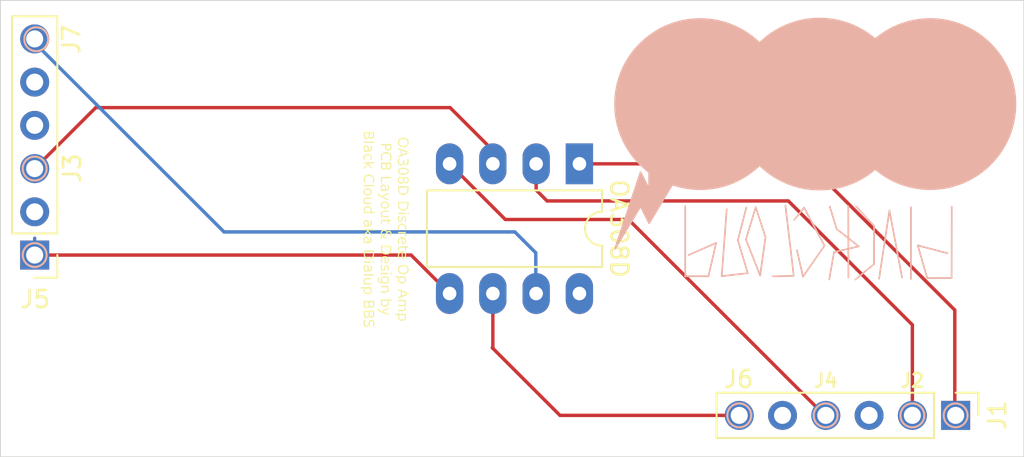
<source format=kicad_pcb>
(kicad_pcb (version 20240108) (generator "pcbnew") (generator_version "8.0")
  (layers (0 "F.Cu" signal) (31 "B.Cu" signal) (34 "B.Paste" user) (35 "F.Paste" user) (36 "B.SilkS" user "B.Silkscreen") (37 "F.SilkS" user "F.Silkscreen") (38 "B.Mask" user) (39 "F.Mask" user) (44 "Edge.Cuts" user))
  (net 0 "")
  (net 1 "Net-(J1-Pin_1)")
  (net 2 "Net-(J2-Pin_1)")
  (net 3 "Net-(J3-Pin_1)")
  (net 4 "Net-(J4-Pin_1)")
  (net 5 "Net-(J5-Pin_1)")
  (net 6 "Net-(J6-Pin_1)")
  (net 7 "Net-(J7-Pin_1)")
  (footprint "Connector_PinHeader_2.54mm:PinHeader_1x06_P2.54mm_Vertical" (layer "F.Cu") (at 174.24 85.48 180)
    (property "Reference" "REF**" (hide yes))
    (property "Value" "PinHeader_1x06_P2.54mm_Vertical" (hide yes))
    (fp_line (start 1.33 1.27) (end 1.33 14.03) (stroke (width 0.12)) (layer "F.SilkS"))
    (fp_line (start -1.33 14.03) (end 1.33 14.03) (stroke (width 0.12)) (layer "F.SilkS"))
    (fp_line (start -1.33 1.27) (end 1.33 1.27) (stroke (width 0.12)) (layer "F.SilkS"))
    (fp_line (start -1.33 1.27) (end -1.33 14.03) (stroke (width 0.12)) (layer "F.SilkS"))
    (fp_line (start -1.33 0) (end -1.33 -1.33) (stroke (width 0.12)) (layer "F.SilkS"))
    (fp_line (start -1.33 -1.33) (end 0 -1.33) (stroke (width 0.12)) (layer "F.SilkS"))
    (pad "1" thru_hole rect (at 0 0 180) (size 1.7 1.7) (drill 1) (layers "*.Cu" "*.Mask") (net 5 "Net-(J5-Pin_1)"))
    (pad "2" thru_hole oval (at 0 2.54 180) (size 1.7 1.7) (drill 1) (layers "*.Cu" "*.Mask"))
    (pad "3" thru_hole oval (at 0 5.08 180) (size 1.7 1.7) (drill 1) (layers "*.Cu" "*.Mask") (net 3 "Net-(J3-Pin_1)"))
    (pad "4" thru_hole oval (at 0 7.62 180) (size 1.7 1.7) (drill 1) (layers "*.Cu" "*.Mask"))
    (pad "5" thru_hole oval (at 0 10.16 180) (size 1.7 1.7) (drill 1) (layers "*.Cu" "*.Mask"))
    (pad "6" thru_hole oval (at 0 12.7 180) (size 1.7 1.7) (drill 1) (layers "*.Cu" "*.Mask") (net 7 "Net-(J7-Pin_1)"))
  )
  (footprint "Package_DIP:DIP-8_W7.62mm_LongPads" (layer "F.Cu") (at 206.21 80.12 -90)
    (property "Reference" "OA308D" (at 3.81 -2.33 -90) (layer "F.SilkS"))
    (property "Value" "DIP-8_W7.62mm_LongPads" (hide yes))
    (fp_line (start 1.56 8.95) (end 6.06 8.95) (stroke (width 0.12)) (layer "F.SilkS"))
    (fp_line (start 6.06 8.95) (end 6.06 -1.33) (stroke (width 0.12)) (layer "F.SilkS"))
    (fp_line (start 1.56 -1.33) (end 1.56 8.95) (stroke (width 0.12)) (layer "F.SilkS"))
    (fp_line (start 2.81 -1.33) (end 1.56 -1.33) (stroke (width 0.12)) (layer "F.SilkS"))
    (fp_line (start 6.06 -1.33) (end 4.81 -1.33) (stroke (width 0.12)) (layer "F.SilkS"))
    (fp_arc (start 4.81 -1.33) (mid 3.81 -0.33) (end 2.81 -1.33) (stroke (width 0.12)) (layer "F.SilkS"))
    (pad "1" thru_hole rect (at 0 0 270) (size 2.4 1.6) (drill 0.8) (layers "*.Cu" "*.Mask") (net 1 "Net-(J1-Pin_1)"))
    (pad "2" thru_hole oval (at 0 2.54 270) (size 2.4 1.6) (drill 0.8) (layers "*.Cu" "*.Mask") (net 2 "Net-(J2-Pin_1)"))
    (pad "3" thru_hole oval (at 0 5.08 270) (size 2.4 1.6) (drill 0.8) (layers "*.Cu" "*.Mask") (net 3 "Net-(J3-Pin_1)"))
    (pad "4" thru_hole oval (at 0 7.62 270) (size 2.4 1.6) (drill 0.8) (layers "*.Cu" "*.Mask") (net 4 "Net-(J4-Pin_1)"))
    (pad "5" thru_hole oval (at 7.62 7.62 270) (size 2.4 1.6) (drill 0.8) (layers "*.Cu" "*.Mask") (net 5 "Net-(J5-Pin_1)"))
    (pad "6" thru_hole oval (at 7.62 5.08 270) (size 2.4 1.6) (drill 0.8) (layers "*.Cu" "*.Mask") (net 6 "Net-(J6-Pin_1)"))
    (pad "7" thru_hole oval (at 7.62 2.54 270) (size 2.4 1.6) (drill 0.8) (layers "*.Cu" "*.Mask") (net 7 "Net-(J7-Pin_1)"))
    (pad "8" thru_hole oval (at 7.62 0 270) (size 2.4 1.6) (drill 0.8) (layers "*.Cu" "*.Mask"))
  )
  (footprint "Connector_PinHeader_2.54mm:PinHeader_1x06_P2.54mm_Vertical" (layer "F.Cu") (at 228.29 94.9 -90)
    (property "Reference" "REF**" (hide yes))
    (property "Value" "PinHeader_1x06_P2.54mm_Vertical" (hide yes))
    (fp_line (start -1.33 14.03) (end 1.33 14.03) (stroke (width 0.12)) (layer "F.SilkS"))
    (fp_line (start -1.33 1.27) (end -1.33 14.03) (stroke (width 0.12)) (layer "F.SilkS"))
    (fp_line (start -1.33 1.27) (end 1.33 1.27) (stroke (width 0.12)) (layer "F.SilkS"))
    (fp_line (start 1.33 1.27) (end 1.33 14.03) (stroke (width 0.12)) (layer "F.SilkS"))
    (fp_line (start -1.33 0) (end -1.33 -1.33) (stroke (width 0.12)) (layer "F.SilkS"))
    (fp_line (start -1.33 -1.33) (end 0 -1.33) (stroke (width 0.12)) (layer "F.SilkS"))
    (pad "1" thru_hole rect (at 0 0 270) (size 1.7 1.7) (drill 1) (layers "*.Cu" "*.Mask") (net 1 "Net-(J1-Pin_1)"))
    (pad "2" thru_hole oval (at 0 2.54 270) (size 1.7 1.7) (drill 1) (layers "*.Cu" "*.Mask") (net 2 "Net-(J2-Pin_1)"))
    (pad "3" thru_hole oval (at 0 5.08 270) (size 1.7 1.7) (drill 1) (layers "*.Cu" "*.Mask"))
    (pad "4" thru_hole oval (at 0 7.62 270) (size 1.7 1.7) (drill 1) (layers "*.Cu" "*.Mask") (net 4 "Net-(J4-Pin_1)"))
    (pad "5" thru_hole oval (at 0 10.16 270) (size 1.7 1.7) (drill 1) (layers "*.Cu" "*.Mask"))
    (pad "6" thru_hole oval (at 0 12.7 270) (size 1.7 1.7) (drill 1) (layers "*.Cu" "*.Mask") (net 6 "Net-(J6-Pin_1)"))
  )
  (footprint "TestPoint:TestPoint_Pad_D1.0mm" (layer "B.Cu") (at 174.24 80.4 90)
    (property "Reference" "J3" (at 0.02 2.21 -90) (layer "F.SilkS"))
    (property "Value" "Compensation 1" (hide yes))
    (fp_circle (center 0 0) (end 0 -0.7) (stroke (width 0.12)) (fill none) (layer "B.SilkS"))
    (pad "1" smd circle (at 0 0 90) (size 1 1) (layers "B.Cu" "B.Mask"))
  )
  (footprint "TestPoint:TestPoint_Pad_D1.0mm" (layer "B.Cu") (at 174.33 72.8)
    (property "Reference" "J7" (at 2.07 0.01 90) (layer "F.SilkS"))
    (property "Value" "Conn_01x01" (hide yes))
    (fp_circle (center 0 0) (end 0 -0.7) (stroke (width 0.12)) (fill none) (layer "B.SilkS"))
    (pad "1" smd circle (at 0 0) (size 1 1) (layers "B.Cu" "B.Mask") (net 7 "Net-(J7-Pin_1)"))
  )
  (footprint "TestPoint:TestPoint_Pad_D1.0mm" (layer "B.Cu") (at 228.29 94.9)
    (property "Reference" "J1" (at 2.448572 -0.01 90) (layer "F.SilkS"))
    (property "Value" "Conn_01x01" (hide yes))
    (fp_circle (center 0 0) (end 0 -0.7) (stroke (width 0.12)) (fill none) (layer "B.SilkS"))
    (pad "1" smd circle (at 0 0) (size 1 1) (layers "B.Cu" "B.Mask") (net 1 "Net-(J1-Pin_1)"))
  )
  (footprint "TestPoint:TestPoint_Pad_D1.0mm" (layer "B.Cu") (at 225.75 94.9)
    (property "Reference" "J2" (at 0 -2.05 0) (layer "F.SilkS") (effects (font (size 0.8 0.8))))
    (property "Value" "Conn_01x01" (hide yes))
    (fp_circle (center 0 0) (end 0 -0.7) (stroke (width 0.12)) (fill none) (layer "B.SilkS"))
    (pad "1" smd circle (at 0 0) (size 1 1) (layers "B.Cu" "B.Mask") (net 2 "Net-(J2-Pin_1)"))
  )
  (footprint "TestPoint:TestPoint_Pad_D1.0mm" (layer "B.Cu") (at 215.59 94.9)
    (property "Reference" "J6" (at -0.03 -2.13 0) (layer "F.SilkS"))
    (property "Value" "Conn_01x01" (hide yes))
    (fp_circle (center 0 0) (end 0 -0.7) (stroke (width 0.12)) (fill none) (layer "B.SilkS"))
    (pad "1" smd circle (at 0 0) (size 1 1) (layers "B.Cu" "B.Mask") (net 6 "Net-(J6-Pin_1)"))
  )
  (footprint "TestPoint:TestPoint_Pad_D1.0mm" (layer "B.Cu") (at 220.66 94.9)
    (property "Reference" "J4" (at 0.01 -2.05 0) (layer "F.SilkS") (effects (font (size 0.8 0.8))))
    (property "Value" "Compensation 8" (hide yes))
    (fp_circle (center 0 0) (end 0 -0.7) (stroke (width 0.12)) (fill none) (layer "B.SilkS"))
    (pad "1" smd circle (at 0 0) (size 1 1) (layers "B.Cu" "B.Mask") (net 4 "Net-(J4-Pin_1)"))
  )
  (footprint "TestPoint:TestPoint_Pad_D1.0mm" (layer "B.Cu") (at 174.24 85.48)
    (property "Reference" "J5" (at 0.03 2.6 0) (layer "F.SilkS"))
    (property "Value" "Conn_01x01" (hide yes))
    (fp_circle (center 0 0) (end 0 -0.7) (stroke (width 0.12)) (fill none) (layer "B.SilkS"))
    (pad "1" smd circle (at 0 0) (size 1 1) (layers "B.Cu" "B.Mask") (net 5 "Net-(J5-Pin_1)"))
  )
  (footprint "TJLibrary:BlackCloudLogoOnlySmall" (layer "B.Cu") (at 220.592598 84.929087 180)
    (property "Reference" "REF**" (hide yes))
    (property "Value" "BlackCloudLogoOnlySmall" (hide yes))
    (fp_line (start 8.173761 -1.796508) (end 8.173761 2.325567) (stroke (width 0.1)) (layer "B.SilkS"))
    (fp_line (start 7.975221 -0.54854) (end 6.358535 0.160532) (stroke (width 0.1)) (layer "B.SilkS"))
    (fp_line (start 6.812342 -1.796508) (end 8.173761 -1.796508) (stroke (width 0.1)) (layer "B.SilkS"))
    (fp_line (start 6.358535 0.160532) (end 6.812342 -1.796508) (stroke (width 0.1)) (layer "B.SilkS"))
    (fp_line (start 6.029954 -1.788438) (end 4.501508 -1.615109) (stroke (width 0.1)) (layer "B.SilkS"))
    (fp_line (start 5.738446 2.135097) (end 6.029954 -1.788438) (stroke (width 0.1)) (layer "B.SilkS"))
    (fp_line (start 5.084524 0.315144) (end 4.588173 2.245397) (stroke (width 0.1)) (layer "B.SilkS"))
    (fp_line (start 4.611809 0.362415) (end 4.036672 2.261154) (stroke (width 0.1)) (layer "B.SilkS"))
    (fp_line (start 4.501508 -1.615109) (end 5.084524 0.315144) (stroke (width 0.1)) (layer "B.SilkS"))
    (fp_line (start 4.036672 2.261154) (end 3.461535 0.50423) (stroke (width 0.1)) (layer "B.SilkS"))
    (fp_line (start 3.776679 -1.749045) (end 4.611809 0.362415) (stroke (width 0.1)) (layer "B.SilkS"))
    (fp_line (start 3.461535 0.50423) (end 3.776679 -1.749045) (stroke (width 0.1)) (layer "B.SilkS"))
    (fp_line (start 3.049958 -1.804196) (end 1.804196 -1.772681) (stroke (width 0.1)) (layer "B.SilkS"))
    (fp_line (start 1.804196 -1.772681) (end 2.292668 2.363576) (stroke (width 0.1)) (layer "B.SilkS"))
    (fp_line (start 1.61511 -0.27575) (end 1.260574 -1.819953) (stroke (width 0.1)) (layer "B.SilkS"))
    (fp_line (start 1.260574 -1.819953) (end 0 0) (stroke (width 0.1)) (layer "B.SilkS"))
    (fp_line (start 1.197545 2.22964) (end 1.78056 1.512689) (stroke (width 0.1)) (layer "B.SilkS"))
    (fp_line (start 0 0) (end 1.197545 2.22964) (stroke (width 0.1)) (layer "B.SilkS"))
    (fp_line (start -0.27764 -1.985403) (end -0.561269 -0.378172) (stroke (width 0.1)) (layer "B.SilkS"))
    (fp_line (start -0.561269 -0.378172) (end -2.010929 -0.039392) (stroke (width 0.1)) (layer "B.SilkS"))
    (fp_line (start -0.718841 0.976945) (end -0.309155 2.292669) (stroke (width 0.1)) (layer "B.SilkS"))
    (fp_line (start -1.404278 -1.875103) (end -1.396399 2.324183) (stroke (width 0.1)) (layer "B.SilkS"))
    (fp_line (start -1.806086 -1.985403) (end -2.909088 -1.087244) (stroke (width 0.1)) (layer "B.SilkS"))
    (fp_line (start -2.010929 -0.039392) (end -0.718841 0.976945) (stroke (width 0.1)) (layer "B.SilkS"))
    (fp_line (start -2.909088 1.158153) (end -1.853357 2.308426) (stroke (width 0.1)) (layer "B.SilkS"))
    (fp_line (start -2.909088 -1.087244) (end -2.909088 1.158153) (stroke (width 0.1)) (layer "B.SilkS"))
    (fp_line (start -3.204377 -1.938131) (end -3.811028 2.072068) (stroke (width 0.1)) (layer "B.SilkS"))
    (fp_line (start -3.811028 2.072068) (end -4.551615 -1.867224) (stroke (width 0.1)) (layer "B.SilkS"))
    (fp_line (start -5.071602 2.253276) (end -5.071602 -1.954519) (stroke (width 0.1)) (layer "B.SilkS"))
    (fp_line (start -5.47341 0.015127) (end -6.032789 -1.907247) (stroke (width 0.1)) (layer "B.SilkS"))
    (fp_line (start -6.032789 -1.907247) (end -7.461649 -1.899999) (stroke (width 0.1)) (layer "B.SilkS"))
    (fp_line (start -7.206698 -0.441831) (end -5.47341 0.015127) (stroke (width 0.1)) (layer "B.SilkS"))
    (fp_line (start -7.461649 -1.899999) (end -7.468565 2.292288) (stroke (width 0.1)) (layer "B.SilkS"))
  )
  (footprint "TJLibrary:BlackCloudOnlySmall" (layer "B.Cu") (at 220.3 78.11 180)
    (property "Reference" "REF**" (hide yes))
    (property "Value" "BlackCloudOnlySmall" (hide yes))
    (fp_circle (center 7 1.5) (end 12 1.5) (stroke (width 0.1)) (fill solid) (layer "B.SilkS"))
    (fp_circle (center 0 1.5) (end 5.024938 1.5) (stroke (width 0.1)) (fill solid) (layer "B.SilkS"))
    (fp_circle (center -6.5 1.5) (end -1.5 1.5) (stroke (width 0.1)) (fill solid) (layer "B.SilkS"))
    (fp_poly (pts (xy 12 -7) (xy 10.5 -4.5) (xy 10 -5.5) (xy 8.5 -3) (xy 10 -2.5) (xy 10 -3.5) (xy 10.5 -2.5)) (stroke (width 0.1)) (fill solid) (layer "B.SilkS"))
  )
  (gr_rect (start 172.23 70.52) (end 232.29 97.33) (stroke (width 0.05)) (fill none) (layer "Edge.Cuts"))
  (gr_text "OA308D Discrete Op Amp\nPCB Layout & Design by\nBlack Cloud aka Dialup BBS" (at 193.45 83.96 -90) (layer "F.SilkS") (effects (font (size 0.6 0.6) (thickness 0.1)) (justify bottom)))
  (segment (start 228.24 88.71) (end 228.24 94.85) (width 0.2) (layer "F.Cu") (net 1))
  (segment (start 206.21 80.12) (end 219.65 80.12) (width 0.2) (layer "F.Cu") (net 1))
  (segment (start 219.65 80.12) (end 228.24 88.71) (width 0.2) (layer "F.Cu") (net 1))
  (segment (start 228.24 94.85) (end 228.29 94.9) (width 0.2) (layer "F.Cu") (net 1))
  (segment (start 204.31 82.3) (end 218.47 82.3) (width 0.2) (layer "F.Cu") (net 2))
  (segment (start 203.67 80.12) (end 203.67 81.66) (width 0.2) (layer "F.Cu") (net 2))
  (segment (start 225.75 89.58) (end 225.75 94.9) (width 0.2) (layer "F.Cu") (net 2))
  (segment (start 225.75 89.58) (end 218.47 82.3) (width 0.2) (layer "F.Cu") (net 2))
  (segment (start 203.67 81.66) (end 204.31 82.3) (width 0.2) (layer "F.Cu") (net 2))
  (segment (start 200.98 80.12) (end 200.83 79.97) (width 0.2) (layer "F.Cu") (net 3))
  (segment (start 201.13 80.12) (end 201.13 79.33) (width 0.2) (layer "F.Cu") (net 3))
  (segment (start 201.13 80.12) (end 200.98 80.12) (width 0.2) (layer "F.Cu") (net 3))
  (segment (start 201.13 79.33) (end 198.62 76.82) (width 0.2) (layer "F.Cu") (net 3))
  (segment (start 177.82 76.82) (end 174.24 80.4) (width 0.2) (layer "F.Cu") (net 3))
  (segment (start 198.62 76.82) (end 177.82 76.82) (width 0.2) (layer "F.Cu") (net 3))
  (segment (start 220.67 94.9) (end 220.6 94.9) (width 0.2) (layer "F.Cu") (net 4))
  (segment (start 209.09 83.39) (end 201.86 83.39) (width 0.2) (layer "F.Cu") (net 4))
  (segment (start 220.6 94.9) (end 209.09 83.39) (width 0.2) (layer "F.Cu") (net 4))
  (segment (start 201.86 83.39) (end 198.59 80.12) (width 0.2) (layer "F.Cu") (net 4))
  (segment (start 196.33 85.48) (end 198.59 87.74) (width 0.2) (layer "F.Cu") (net 5))
  (segment (start 174.24 85.48) (end 196.33 85.48) (width 0.2) (layer "F.Cu") (net 5))
  (segment (start 174.24 85.48) (end 173.6 86.12) (width 0.2) (layer "B.Cu") (net 5))
  (segment (start 174.24 84.49) (end 174.24 85.48) (width 0.2) (layer "B.Cu") (net 5))
  (segment (start 201.13 90.9) (end 201.13 87.74) (width 0.2) (layer "F.Cu") (net 6))
  (segment (start 205.07 94.9) (end 201.1 90.93) (width 0.2) (layer "F.Cu") (net 6))
  (segment (start 201.1 90.93) (end 201.13 90.9) (width 0.2) (layer "F.Cu") (net 6))
  (segment (start 215.59 94.9) (end 205.07 94.9) (width 0.2) (layer "F.Cu") (net 6))
  (segment (start 203.65 85.35) (end 203.65 87.74) (width 0.2) (layer "B.Cu") (net 7))
  (segment (start 202.42 84.12) (end 202.91 84.61) (width 0.2) (layer "B.Cu") (net 7))
  (segment (start 202.91 84.61) (end 203.65 85.35) (width 0.2) (layer "B.Cu") (net 7))
  (segment (start 174.33 73.06) (end 174.31 73.08) (width 0.2) (layer "B.Cu") (net 7))
  (segment (start 174.33 72.8) (end 174.33 73.06) (width 0.2) (layer "B.Cu") (net 7))
  (segment (start 174.31 73.08) (end 185.35 84.12) (width 0.2) (layer "B.Cu") (net 7))
  (segment (start 185.35 84.12) (end 202 84.12) (width 0.2) (layer "B.Cu") (net 7))
  (segment (start 202 84.12) (end 202.42 84.12) (width 0.2) (layer "B.Cu") (net 7))
)
</source>
